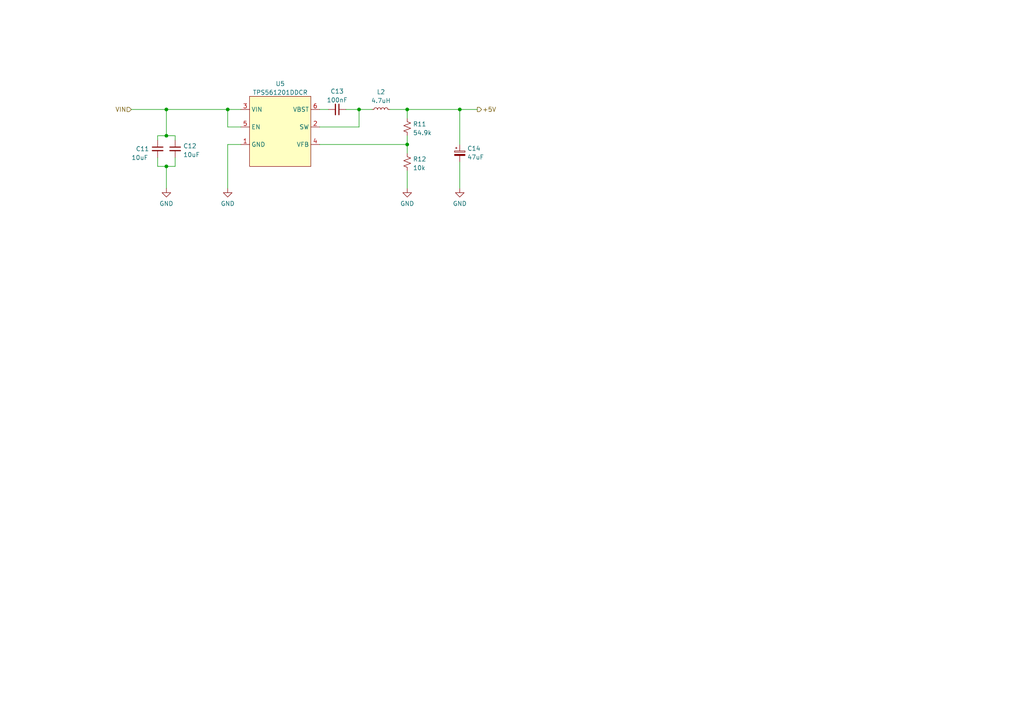
<source format=kicad_sch>
(kicad_sch (version 20211123) (generator eeschema)
  (paper "A4")
  (lib_symbols
    (symbol "Device:C_Polarized_Small" (pin_numbers hide) (pin_names (offset 0.254) hide)
      (property "Reference" "C" (at 0.254 1.778 0))
      (property "Value" "C_Polarized_Small" (at 0.254 -2.032 0))
      (symbol "C_Polarized_Small_0_1"
        (rectangle (start -1.524 -0.3048) (end 1.524 -0.6858) (fill (type outline)))
        (rectangle (start -1.524 0.6858) (end 1.524 0.3048))
        (polyline (pts (xy -1.27 1.524) (xy -0.762 1.524)))
        (polyline (pts (xy -1.016 1.27) (xy -1.016 1.778)))
      )
      (symbol "C_Polarized_Small_1_1"
        (pin passive line (at 0 2.54 270) (length 1.8542) (name "~") (number "1"))
        (pin passive line (at 0 -2.54 90) (length 1.8542) (name "~") (number "2"))
      )
    )
    (symbol "Device:C_Small" (pin_numbers hide) (pin_names (offset 0.254) hide)
      (property "Reference" "C" (at 0.254 1.778 0))
      (property "Value" "C_Small" (at 0.254 -2.032 0))
      (symbol "C_Small_0_1"
        (polyline (pts (xy -1.524 -0.508) (xy 1.524 -0.508)) (stroke (width 0.3302)))
        (polyline (pts (xy -1.524 0.508) (xy 1.524 0.508)) (stroke (width 0.3048)))
      )
      (symbol "C_Small_1_1"
        (pin passive line (at 0 2.54 270) (length 2.032) (name "~") (number "1"))
        (pin passive line (at 0 -2.54 90) (length 2.032) (name "~") (number "2"))
      )
    )
    (symbol "Device:L_Small" (pin_numbers hide) (pin_names (offset 0.254) hide)
      (property "Reference" "L" (at 0.762 1.016 0))
      (property "Value" "L_Small" (at 0.762 -1.016 0))
      (symbol "L_Small_0_1"
        (arc (start 0 -2.032) (mid 0.508 -1.524) (end 0 -1.016))
        (arc (start 0 -1.016) (mid 0.508 -0.508) (end 0 0))
        (arc (start 0 0) (mid 0.508 0.508) (end 0 1.016))
        (arc (start 0 1.016) (mid 0.508 1.524) (end 0 2.032))
      )
      (symbol "L_Small_1_1"
        (pin passive line (at 0 2.54 270) (length 0.508) (name "~") (number "1"))
        (pin passive line (at 0 -2.54 90) (length 0.508) (name "~") (number "2"))
      )
    )
    (symbol "Device:R_Small_US" (pin_numbers hide) (pin_names (offset 0.254) hide)
      (property "Reference" "R" (at 0.762 0.508 0))
      (property "Value" "R_Small_US" (at 0.762 -1.016 0))
      (symbol "R_Small_US_1_1"
        (polyline (pts (xy 0 0) (xy 1.016 -0.381) (xy 0 -0.762) (xy -1.016 -1.143) (xy 0 -1.524)))
        (polyline (pts (xy 0 1.524) (xy 1.016 1.143) (xy 0 0.762) (xy -1.016 0.381) (xy 0 0)))
        (pin passive line (at 0 2.54 270) (length 1.016) (name "~") (number "1"))
        (pin passive line (at 0 -2.54 90) (length 1.016) (name "~") (number "2"))
      )
    )
    (symbol "Regulator_Switching:TPS561201DDCR"
      (property "Reference" "U" (at 0 2.54 0))
      (property "Value" "TPS561201DDCR" (at 0 0 0))
      (symbol "TPS561201DDCR_0_1"
        (rectangle (start -8.89 25.4) (end 8.89 5.08) (stroke (width 0.1524)) (fill (type background)))
      )
      (symbol "TPS561201DDCR_1_1"
        (pin power_in line (at -11.43 11.43 0) (length 2.54) (name "GND") (number "1"))
        (pin bidirectional line (at 11.43 16.51 180) (length 2.54) (name "SW") (number "2"))
        (pin power_in line (at -11.43 21.59 0) (length 2.54) (name "VIN") (number "3"))
        (pin input line (at 11.43 11.43 180) (length 2.54) (name "VFB") (number "4"))
        (pin input line (at -11.43 16.51 0) (length 2.54) (name "EN") (number "5"))
        (pin input line (at 11.43 21.59 180) (length 2.54) (name "VBST") (number "6"))
      )
    )
    (symbol "power:GND" (power) (pin_names (offset 0))
      (property "Value" "GND" (at 0 -3.81 0))
      (symbol "GND_0_1"
        (polyline (pts (xy 0 0) (xy 0 -1.27) (xy 1.27 -1.27) (xy 0 -2.54) (xy -1.27 -1.27) (xy 0 -1.27)))
      )
      (symbol "GND_1_1"
        (pin power_in line (at 0 0 270) (length 0) hide (name "GND") (number "1"))
      )
    )
  )
  (junction (at 48.26 39.37))
  (junction (at 66.04 31.75))
  (junction (at 48.26 31.75))
  (junction (at 48.26 48.26))
  (junction (at 133.35 31.75))
  (junction (at 118.11 31.75))
  (junction (at 104.14 31.75))
  (junction (at 118.11 41.91))
  (wire (pts (xy 133.35 31.75) (xy 133.35 41.91)))
  (wire (pts (xy 104.14 31.75) (xy 107.95 31.75)))
  (wire (pts (xy 45.72 40.64) (xy 45.72 39.37)))
  (wire (pts (xy 66.04 41.91) (xy 69.85 41.91)))
  (wire (pts (xy 45.72 39.37) (xy 48.26 39.37)))
  (wire (pts (xy 45.72 45.72) (xy 45.72 48.26)))
  (wire (pts (xy 48.26 39.37) (xy 50.8 39.37)))
  (wire (pts (xy 92.71 41.91) (xy 118.11 41.91)))
  (wire (pts (xy 100.33 31.75) (xy 104.14 31.75)))
  (wire (pts (xy 133.35 31.75) (xy 138.43 31.75)))
  (wire (pts (xy 66.04 31.75) (xy 69.85 31.75)))
  (wire (pts (xy 48.26 48.26) (xy 50.8 48.26)))
  (wire (pts (xy 92.71 31.75) (xy 95.25 31.75)))
  (wire (pts (xy 38.1 31.75) (xy 48.26 31.75)))
  (wire (pts (xy 69.85 36.83) (xy 66.04 36.83)))
  (wire (pts (xy 92.71 36.83) (xy 104.14 36.83)))
  (wire (pts (xy 50.8 48.26) (xy 50.8 45.72)))
  (wire (pts (xy 66.04 36.83) (xy 66.04 31.75)))
  (wire (pts (xy 45.72 48.26) (xy 48.26 48.26)))
  (wire (pts (xy 48.26 31.75) (xy 48.26 39.37)))
  (wire (pts (xy 118.11 31.75) (xy 118.11 34.29)))
  (wire (pts (xy 113.03 31.75) (xy 118.11 31.75)))
  (wire (pts (xy 118.11 41.91) (xy 118.11 44.45)))
  (wire (pts (xy 50.8 39.37) (xy 50.8 40.64)))
  (wire (pts (xy 118.11 39.37) (xy 118.11 41.91)))
  (wire (pts (xy 118.11 49.53) (xy 118.11 54.61)))
  (wire (pts (xy 66.04 54.61) (xy 66.04 41.91)))
  (wire (pts (xy 118.11 31.75) (xy 133.35 31.75)))
  (wire (pts (xy 48.26 31.75) (xy 66.04 31.75)))
  (wire (pts (xy 133.35 46.99) (xy 133.35 54.61)))
  (wire (pts (xy 104.14 31.75) (xy 104.14 36.83)))
  (wire (pts (xy 48.26 48.26) (xy 48.26 54.61)))
  (hierarchical_label "VIN" (shape input) (at 38.1 31.75 180))
  (hierarchical_label "+5V" (shape output) (at 138.43 31.75 0))
  (symbol (lib_id "power:GND") (at 48.26 54.61 0) (unit 1)
    (property "Reference" "#PWR034" (effects hide))
    (property "Value" "GND" (at 48.26 59.0534 0))
  )
  (symbol (lib_id "power:GND") (at 66.04 54.61 0) (unit 1)
    (property "Reference" "#PWR035" (effects hide))
    (property "Value" "GND" (at 66.04 59.0534 0))
  )
  (symbol (lib_id "Device:C_Small") (at 50.8 43.18 0) (unit 1)
    (property "Reference" "C12" (at 53.1241 42.3516 0) (effects (justify left)))
    (property "Value" "10uF" (at 53.1241 44.8885 0) (effects (justify left)))
    (property "Footprint" "Capacitor_SMD:C_0805_2012Metric_Pad1.18x1.45mm_HandSolder" (effects hide))
  )
  (symbol (lib_id "Device:L_Small") (at 110.49 31.75 90) (unit 1)
    (property "Reference" "L2" (at 110.49 26.67 90))
    (property "Value" "4.7uH" (at 110.49 29.21 90))
    (property "Footprint" "Inductor_SMD:L_0805_2012Metric_Pad1.15x1.40mm_HandSolder" (effects hide))
  )
  (symbol (lib_id "Device:R_Small_US") (at 118.11 36.83 0) (unit 1)
    (property "Reference" "R11" (at 119.761 35.9953 0) (effects (justify left)))
    (property "Value" "54.9k" (at 119.761 38.5322 0) (effects (justify left)))
    (property "Footprint" "Resistor_SMD:R_0805_2012Metric_Pad1.20x1.40mm_HandSolder" (effects hide))
  )
  (symbol (lib_id "power:GND") (at 118.11 54.61 0) (unit 1)
    (property "Reference" "#PWR036" (effects hide))
    (property "Value" "GND" (at 118.11 59.0534 0))
  )
  (symbol (lib_id "Device:C_Small") (at 45.72 43.18 0) (unit 1)
    (property "Reference" "C11" (at 39.37 43.18 0) (effects (justify left)))
    (property "Value" "10uF" (at 38.1 45.72 0) (effects (justify left)))
    (property "Footprint" "Capacitor_SMD:C_0805_2012Metric_Pad1.18x1.45mm_HandSolder" (effects hide))
  )
  (symbol (lib_id "Device:R_Small_US") (at 118.11 46.99 0) (unit 1)
    (property "Reference" "R12" (at 119.761 46.1553 0) (effects (justify left)))
    (property "Value" "10k" (at 119.761 48.6922 0) (effects (justify left)))
    (property "Footprint" "Resistor_SMD:R_0805_2012Metric_Pad1.20x1.40mm_HandSolder" (effects hide))
  )
  (symbol (lib_id "Regulator_Switching:TPS561201DDCR") (at 81.28 53.34 0) (unit 1)
    (property "Reference" "U5" (at 81.28 24.291 0))
    (property "Value" "TPS561201DDCR" (at 81.28 26.8279 0))
    (property "Footprint" "Package_TO_SOT_SMD:SOT-23-6" (effects hide))
  )
  (symbol (lib_id "Device:C_Polarized_Small") (at 133.35 44.45 0) (unit 1)
    (property "Reference" "C14" (at 135.509 43.0692 0) (effects (justify left)))
    (property "Value" "47uF" (at 135.509 45.6061 0) (effects (justify left)))
    (property "Footprint" "Capacitor_SMD:C_0805_2012Metric_Pad1.18x1.45mm_HandSolder" (effects hide))
  )
  (symbol (lib_id "Device:C_Small") (at 97.79 31.75 270) (unit 1)
    (property "Reference" "C13" (at 97.7836 26.4881 90))
    (property "Value" "100nF" (at 97.7836 29.025 90))
    (property "Footprint" "Capacitor_SMD:C_0805_2012Metric_Pad1.18x1.45mm_HandSolder" (effects hide))
  )
  (symbol (lib_id "power:GND") (at 133.35 54.61 0) (unit 1)
    (property "Reference" "#PWR037" (effects hide))
    (property "Value" "GND" (at 133.35 59.0534 0))
  )
)
</source>
